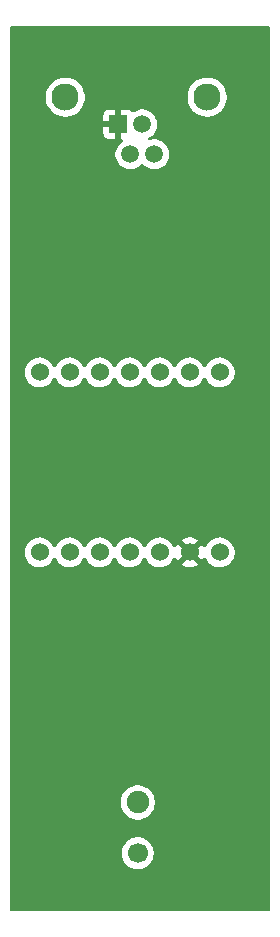
<source format=gbr>
%TF.GenerationSoftware,KiCad,Pcbnew,9.0.4*%
%TF.CreationDate,2025-09-27T12:37:43+02:00*%
%TF.ProjectId,AM03127-Controller,414d3033-3132-4372-9d43-6f6e74726f6c,rev?*%
%TF.SameCoordinates,Original*%
%TF.FileFunction,Copper,L2,Bot*%
%TF.FilePolarity,Positive*%
%FSLAX46Y46*%
G04 Gerber Fmt 4.6, Leading zero omitted, Abs format (unit mm)*
G04 Created by KiCad (PCBNEW 9.0.4) date 2025-09-27 12:37:43*
%MOMM*%
%LPD*%
G01*
G04 APERTURE LIST*
%TA.AperFunction,ComponentPad*%
%ADD10C,2.300000*%
%TD*%
%TA.AperFunction,ComponentPad*%
%ADD11R,1.500000X1.500000*%
%TD*%
%TA.AperFunction,ComponentPad*%
%ADD12C,1.500000*%
%TD*%
%TA.AperFunction,ComponentPad*%
%ADD13C,1.900000*%
%TD*%
%TA.AperFunction,ComponentPad*%
%ADD14C,1.700000*%
%TD*%
%TA.AperFunction,ComponentPad*%
%ADD15C,1.524000*%
%TD*%
%TA.AperFunction,ViaPad*%
%ADD16C,0.600000*%
%TD*%
G04 APERTURE END LIST*
D10*
%TO.P,RJ11,*%
%TO.N,*%
X141172500Y-74532500D03*
X129172500Y-74532500D03*
D11*
%TO.P,RJ11,1,1*%
%TO.N,GND*%
X133642500Y-76832500D03*
D12*
%TO.P,RJ11,2,2*%
%TO.N,/RS232 TX*%
X134662500Y-79372500D03*
%TO.P,RJ11,3,3*%
%TO.N,/RS232 RX*%
X135682500Y-76832500D03*
%TO.P,RJ11,4,4*%
%TO.N,unconnected-(RJ11-Pad4)*%
X136702500Y-79372500D03*
%TD*%
D13*
%TO.P,DC1,*%
%TO.N,*%
X135300000Y-134250000D03*
D14*
X135300000Y-138550000D03*
%TD*%
D15*
%TO.P,U2,1,GPIO2/A0/D0*%
%TO.N,/UART RX*%
X142240000Y-97835000D03*
%TO.P,U2,2,GPIO3/A1/D1*%
%TO.N,/UART TX*%
X139700000Y-97835000D03*
%TO.P,U2,3,GPIO4/A2/D2*%
%TO.N,unconnected-(U2-GPIO4{slash}A2{slash}D2-Pad3)_1*%
X137160000Y-97835000D03*
%TO.P,U2,4,GPIO5/A3/D3*%
%TO.N,unconnected-(U2-GPIO5{slash}A3{slash}D3-Pad4)*%
X134620000Y-97835000D03*
%TO.P,U2,5,GPIO6/D4/SDA*%
%TO.N,unconnected-(U2-GPIO6{slash}D4{slash}SDA-Pad5)_1*%
X132080000Y-97835000D03*
%TO.P,U2,6,GPIO7/D5/SCL*%
%TO.N,unconnected-(U2-GPIO7{slash}D5{slash}SCL-Pad6)_1*%
X129540000Y-97835000D03*
%TO.P,U2,7,GPIO21/D6/TX*%
%TO.N,unconnected-(U2-GPIO21{slash}D6{slash}TX-Pad7)_1*%
X127000000Y-97835000D03*
%TO.P,U2,8,GPIO20/D7/RX*%
%TO.N,unconnected-(U2-GPIO20{slash}D7{slash}RX-Pad8)*%
X127000000Y-113075000D03*
%TO.P,U2,9,GPIO8/D8/SCK*%
%TO.N,unconnected-(U2-GPIO8{slash}D8{slash}SCK-Pad9)*%
X129540000Y-113075000D03*
%TO.P,U2,10,GPIO9/D9/MISO*%
%TO.N,unconnected-(U2-GPIO9{slash}D9{slash}MISO-Pad10)_1*%
X132080000Y-113075000D03*
%TO.P,U2,11,GPIO10/D10/MOSI*%
%TO.N,unconnected-(U2-GPIO10{slash}D10{slash}MOSI-Pad11)*%
X134620000Y-113075000D03*
%TO.P,U2,12,VCC_3V3*%
%TO.N,+3.3V*%
X137160000Y-113075000D03*
%TO.P,U2,13,GND*%
%TO.N,GND*%
X139700000Y-113075000D03*
%TO.P,U2,14,VBUS*%
%TO.N,+5V*%
X142240000Y-113075000D03*
%TD*%
D16*
%TO.N,GND*%
X135000000Y-116000000D03*
X141000000Y-136000000D03*
X141000000Y-85750000D03*
X135750000Y-82250000D03*
X137000000Y-125000000D03*
X130000000Y-94000000D03*
%TD*%
%TA.AperFunction,Conductor*%
%TO.N,GND*%
G36*
X146442539Y-68520185D02*
G01*
X146488294Y-68572989D01*
X146499500Y-68624500D01*
X146499500Y-143330500D01*
X146479815Y-143397539D01*
X146427011Y-143443294D01*
X146375500Y-143454500D01*
X124624500Y-143454500D01*
X124557461Y-143434815D01*
X124511706Y-143382011D01*
X124500500Y-143330500D01*
X124500500Y-138443713D01*
X133949500Y-138443713D01*
X133949500Y-138656286D01*
X133982753Y-138866239D01*
X134048444Y-139068414D01*
X134144951Y-139257820D01*
X134269890Y-139429786D01*
X134420213Y-139580109D01*
X134592179Y-139705048D01*
X134592181Y-139705049D01*
X134592184Y-139705051D01*
X134781588Y-139801557D01*
X134983757Y-139867246D01*
X135193713Y-139900500D01*
X135193714Y-139900500D01*
X135406286Y-139900500D01*
X135406287Y-139900500D01*
X135616243Y-139867246D01*
X135818412Y-139801557D01*
X136007816Y-139705051D01*
X136029789Y-139689086D01*
X136179786Y-139580109D01*
X136179788Y-139580106D01*
X136179792Y-139580104D01*
X136330104Y-139429792D01*
X136330106Y-139429788D01*
X136330109Y-139429786D01*
X136455048Y-139257820D01*
X136455047Y-139257820D01*
X136455051Y-139257816D01*
X136551557Y-139068412D01*
X136617246Y-138866243D01*
X136650500Y-138656287D01*
X136650500Y-138443713D01*
X136617246Y-138233757D01*
X136551557Y-138031588D01*
X136455051Y-137842184D01*
X136455049Y-137842181D01*
X136455048Y-137842179D01*
X136330109Y-137670213D01*
X136179786Y-137519890D01*
X136007820Y-137394951D01*
X135818414Y-137298444D01*
X135818413Y-137298443D01*
X135818412Y-137298443D01*
X135616243Y-137232754D01*
X135616241Y-137232753D01*
X135616240Y-137232753D01*
X135454957Y-137207208D01*
X135406287Y-137199500D01*
X135193713Y-137199500D01*
X135145042Y-137207208D01*
X134983760Y-137232753D01*
X134781585Y-137298444D01*
X134592179Y-137394951D01*
X134420213Y-137519890D01*
X134269890Y-137670213D01*
X134144951Y-137842179D01*
X134048444Y-138031585D01*
X133982753Y-138233760D01*
X133949500Y-138443713D01*
X124500500Y-138443713D01*
X124500500Y-134135837D01*
X133849500Y-134135837D01*
X133849500Y-134364162D01*
X133885215Y-134589660D01*
X133955770Y-134806803D01*
X134059421Y-135010228D01*
X134193621Y-135194937D01*
X134355063Y-135356379D01*
X134539772Y-135490579D01*
X134635884Y-135539550D01*
X134743196Y-135594229D01*
X134743198Y-135594229D01*
X134743201Y-135594231D01*
X134859592Y-135632049D01*
X134960339Y-135664784D01*
X135185838Y-135700500D01*
X135185843Y-135700500D01*
X135414162Y-135700500D01*
X135639660Y-135664784D01*
X135856799Y-135594231D01*
X136060228Y-135490579D01*
X136244937Y-135356379D01*
X136406379Y-135194937D01*
X136540579Y-135010228D01*
X136644231Y-134806799D01*
X136714784Y-134589660D01*
X136750500Y-134364162D01*
X136750500Y-134135837D01*
X136714784Y-133910339D01*
X136644229Y-133693196D01*
X136540578Y-133489771D01*
X136406379Y-133305063D01*
X136244937Y-133143621D01*
X136060228Y-133009421D01*
X135856803Y-132905770D01*
X135639660Y-132835215D01*
X135414162Y-132799500D01*
X135414157Y-132799500D01*
X135185843Y-132799500D01*
X135185838Y-132799500D01*
X134960339Y-132835215D01*
X134743196Y-132905770D01*
X134539771Y-133009421D01*
X134355061Y-133143622D01*
X134193622Y-133305061D01*
X134059421Y-133489771D01*
X133955770Y-133693196D01*
X133885215Y-133910339D01*
X133849500Y-134135837D01*
X124500500Y-134135837D01*
X124500500Y-112975639D01*
X125737500Y-112975639D01*
X125737500Y-113174360D01*
X125768587Y-113370637D01*
X125829993Y-113559629D01*
X125829994Y-113559632D01*
X125920074Y-113736422D01*
X125920213Y-113736694D01*
X126037019Y-113897464D01*
X126177536Y-114037981D01*
X126338306Y-114154787D01*
X126425149Y-114199035D01*
X126515367Y-114245005D01*
X126515370Y-114245006D01*
X126609866Y-114275709D01*
X126704364Y-114306413D01*
X126900639Y-114337500D01*
X126900640Y-114337500D01*
X127099360Y-114337500D01*
X127099361Y-114337500D01*
X127295636Y-114306413D01*
X127484632Y-114245005D01*
X127661694Y-114154787D01*
X127822464Y-114037981D01*
X127962981Y-113897464D01*
X128079787Y-113736694D01*
X128159515Y-113580218D01*
X128207490Y-113529423D01*
X128275311Y-113512628D01*
X128341446Y-113535165D01*
X128380484Y-113580218D01*
X128460213Y-113736694D01*
X128577019Y-113897464D01*
X128717536Y-114037981D01*
X128878306Y-114154787D01*
X128965149Y-114199035D01*
X129055367Y-114245005D01*
X129055370Y-114245006D01*
X129149866Y-114275709D01*
X129244364Y-114306413D01*
X129440639Y-114337500D01*
X129440640Y-114337500D01*
X129639360Y-114337500D01*
X129639361Y-114337500D01*
X129835636Y-114306413D01*
X130024632Y-114245005D01*
X130201694Y-114154787D01*
X130362464Y-114037981D01*
X130502981Y-113897464D01*
X130619787Y-113736694D01*
X130699515Y-113580218D01*
X130747490Y-113529423D01*
X130815311Y-113512628D01*
X130881446Y-113535165D01*
X130920484Y-113580218D01*
X131000213Y-113736694D01*
X131117019Y-113897464D01*
X131257536Y-114037981D01*
X131418306Y-114154787D01*
X131505149Y-114199035D01*
X131595367Y-114245005D01*
X131595370Y-114245006D01*
X131689866Y-114275709D01*
X131784364Y-114306413D01*
X131980639Y-114337500D01*
X131980640Y-114337500D01*
X132179360Y-114337500D01*
X132179361Y-114337500D01*
X132375636Y-114306413D01*
X132564632Y-114245005D01*
X132741694Y-114154787D01*
X132902464Y-114037981D01*
X133042981Y-113897464D01*
X133159787Y-113736694D01*
X133239515Y-113580218D01*
X133287490Y-113529423D01*
X133355311Y-113512628D01*
X133421446Y-113535165D01*
X133460484Y-113580218D01*
X133540213Y-113736694D01*
X133657019Y-113897464D01*
X133797536Y-114037981D01*
X133958306Y-114154787D01*
X134045149Y-114199035D01*
X134135367Y-114245005D01*
X134135370Y-114245006D01*
X134229866Y-114275709D01*
X134324364Y-114306413D01*
X134520639Y-114337500D01*
X134520640Y-114337500D01*
X134719360Y-114337500D01*
X134719361Y-114337500D01*
X134915636Y-114306413D01*
X135104632Y-114245005D01*
X135281694Y-114154787D01*
X135442464Y-114037981D01*
X135582981Y-113897464D01*
X135699787Y-113736694D01*
X135779515Y-113580218D01*
X135827490Y-113529423D01*
X135895311Y-113512628D01*
X135961446Y-113535165D01*
X136000484Y-113580218D01*
X136080213Y-113736694D01*
X136197019Y-113897464D01*
X136337536Y-114037981D01*
X136498306Y-114154787D01*
X136585149Y-114199035D01*
X136675367Y-114245005D01*
X136675370Y-114245006D01*
X136769866Y-114275709D01*
X136864364Y-114306413D01*
X137060639Y-114337500D01*
X137060640Y-114337500D01*
X137259360Y-114337500D01*
X137259361Y-114337500D01*
X137455636Y-114306413D01*
X137644632Y-114245005D01*
X137821694Y-114154787D01*
X137982464Y-114037981D01*
X138122981Y-113897464D01*
X138239787Y-113736694D01*
X138319796Y-113579667D01*
X138367769Y-113528872D01*
X138435590Y-113512077D01*
X138501725Y-113534614D01*
X138540765Y-113579668D01*
X138620641Y-113736432D01*
X138647730Y-113773715D01*
X138647731Y-113773716D01*
X139262352Y-113159094D01*
X139285792Y-113246571D01*
X139344311Y-113347930D01*
X139427070Y-113430689D01*
X139528429Y-113489208D01*
X139615905Y-113512647D01*
X139001283Y-114127268D01*
X139001283Y-114127269D01*
X139038567Y-114154358D01*
X139215562Y-114244542D01*
X139404477Y-114305924D01*
X139600679Y-114337000D01*
X139799321Y-114337000D01*
X139995520Y-114305924D01*
X139995523Y-114305924D01*
X140184437Y-114244542D01*
X140361425Y-114154362D01*
X140398716Y-114127268D01*
X139784095Y-113512647D01*
X139871571Y-113489208D01*
X139972930Y-113430689D01*
X140055689Y-113347930D01*
X140114208Y-113246571D01*
X140137647Y-113159094D01*
X140752268Y-113773715D01*
X140779364Y-113736422D01*
X140859234Y-113579669D01*
X140907208Y-113528872D01*
X140975029Y-113512077D01*
X141041164Y-113534614D01*
X141080203Y-113579667D01*
X141160213Y-113736694D01*
X141277019Y-113897464D01*
X141417536Y-114037981D01*
X141578306Y-114154787D01*
X141665149Y-114199035D01*
X141755367Y-114245005D01*
X141755370Y-114245006D01*
X141849866Y-114275709D01*
X141944364Y-114306413D01*
X142140639Y-114337500D01*
X142140640Y-114337500D01*
X142339360Y-114337500D01*
X142339361Y-114337500D01*
X142535636Y-114306413D01*
X142724632Y-114245005D01*
X142901694Y-114154787D01*
X143062464Y-114037981D01*
X143202981Y-113897464D01*
X143319787Y-113736694D01*
X143410005Y-113559632D01*
X143471413Y-113370636D01*
X143502500Y-113174361D01*
X143502500Y-112975639D01*
X143471413Y-112779364D01*
X143410005Y-112590368D01*
X143410005Y-112590367D01*
X143364035Y-112500149D01*
X143319787Y-112413306D01*
X143202981Y-112252536D01*
X143062464Y-112112019D01*
X142901694Y-111995213D01*
X142724632Y-111904994D01*
X142724629Y-111904993D01*
X142535637Y-111843587D01*
X142437498Y-111828043D01*
X142339361Y-111812500D01*
X142140639Y-111812500D01*
X142075214Y-111822862D01*
X141944362Y-111843587D01*
X141755370Y-111904993D01*
X141755367Y-111904994D01*
X141578305Y-111995213D01*
X141417533Y-112112021D01*
X141277021Y-112252533D01*
X141160213Y-112413305D01*
X141080204Y-112570331D01*
X141032229Y-112621127D01*
X140964408Y-112637922D01*
X140898273Y-112615384D01*
X140859234Y-112570331D01*
X140779358Y-112413567D01*
X140752268Y-112376283D01*
X140137647Y-112990904D01*
X140114208Y-112903429D01*
X140055689Y-112802070D01*
X139972930Y-112719311D01*
X139871571Y-112660792D01*
X139784094Y-112637352D01*
X140398716Y-112022731D01*
X140398715Y-112022730D01*
X140361432Y-111995641D01*
X140184437Y-111905457D01*
X139995522Y-111844075D01*
X139799321Y-111813000D01*
X139600679Y-111813000D01*
X139404479Y-111844075D01*
X139404476Y-111844075D01*
X139215562Y-111905457D01*
X139038564Y-111995643D01*
X139001283Y-112022729D01*
X139001282Y-112022730D01*
X139615906Y-112637352D01*
X139528429Y-112660792D01*
X139427070Y-112719311D01*
X139344311Y-112802070D01*
X139285792Y-112903429D01*
X139262352Y-112990905D01*
X138647730Y-112376282D01*
X138647729Y-112376283D01*
X138620641Y-112413566D01*
X138540764Y-112570332D01*
X138492790Y-112621127D01*
X138424969Y-112637922D01*
X138358834Y-112615384D01*
X138319796Y-112570332D01*
X138239787Y-112413306D01*
X138122981Y-112252536D01*
X137982464Y-112112019D01*
X137821694Y-111995213D01*
X137644632Y-111904994D01*
X137644629Y-111904993D01*
X137455637Y-111843587D01*
X137357498Y-111828043D01*
X137259361Y-111812500D01*
X137060639Y-111812500D01*
X136995214Y-111822862D01*
X136864362Y-111843587D01*
X136675370Y-111904993D01*
X136675367Y-111904994D01*
X136498305Y-111995213D01*
X136337533Y-112112021D01*
X136197021Y-112252533D01*
X136080213Y-112413305D01*
X136000485Y-112569780D01*
X135952510Y-112620576D01*
X135884689Y-112637371D01*
X135818554Y-112614833D01*
X135779515Y-112569780D01*
X135760179Y-112531832D01*
X135699787Y-112413306D01*
X135582981Y-112252536D01*
X135442464Y-112112019D01*
X135281694Y-111995213D01*
X135104632Y-111904994D01*
X135104629Y-111904993D01*
X134915637Y-111843587D01*
X134817498Y-111828043D01*
X134719361Y-111812500D01*
X134520639Y-111812500D01*
X134455214Y-111822862D01*
X134324362Y-111843587D01*
X134135370Y-111904993D01*
X134135367Y-111904994D01*
X133958305Y-111995213D01*
X133797533Y-112112021D01*
X133657021Y-112252533D01*
X133540213Y-112413305D01*
X133460485Y-112569780D01*
X133412510Y-112620576D01*
X133344689Y-112637371D01*
X133278554Y-112614833D01*
X133239515Y-112569780D01*
X133220179Y-112531832D01*
X133159787Y-112413306D01*
X133042981Y-112252536D01*
X132902464Y-112112019D01*
X132741694Y-111995213D01*
X132564632Y-111904994D01*
X132564629Y-111904993D01*
X132375637Y-111843587D01*
X132277498Y-111828043D01*
X132179361Y-111812500D01*
X131980639Y-111812500D01*
X131915214Y-111822862D01*
X131784362Y-111843587D01*
X131595370Y-111904993D01*
X131595367Y-111904994D01*
X131418305Y-111995213D01*
X131257533Y-112112021D01*
X131117021Y-112252533D01*
X131000213Y-112413305D01*
X130920485Y-112569780D01*
X130872510Y-112620576D01*
X130804689Y-112637371D01*
X130738554Y-112614833D01*
X130699515Y-112569780D01*
X130680179Y-112531832D01*
X130619787Y-112413306D01*
X130502981Y-112252536D01*
X130362464Y-112112019D01*
X130201694Y-111995213D01*
X130024632Y-111904994D01*
X130024629Y-111904993D01*
X129835637Y-111843587D01*
X129737498Y-111828043D01*
X129639361Y-111812500D01*
X129440639Y-111812500D01*
X129375214Y-111822862D01*
X129244362Y-111843587D01*
X129055370Y-111904993D01*
X129055367Y-111904994D01*
X128878305Y-111995213D01*
X128717533Y-112112021D01*
X128577021Y-112252533D01*
X128460213Y-112413305D01*
X128380485Y-112569780D01*
X128332510Y-112620576D01*
X128264689Y-112637371D01*
X128198554Y-112614833D01*
X128159515Y-112569780D01*
X128140179Y-112531832D01*
X128079787Y-112413306D01*
X127962981Y-112252536D01*
X127822464Y-112112019D01*
X127661694Y-111995213D01*
X127484632Y-111904994D01*
X127484629Y-111904993D01*
X127295637Y-111843587D01*
X127197498Y-111828043D01*
X127099361Y-111812500D01*
X126900639Y-111812500D01*
X126835214Y-111822862D01*
X126704362Y-111843587D01*
X126515370Y-111904993D01*
X126515367Y-111904994D01*
X126338305Y-111995213D01*
X126177533Y-112112021D01*
X126037021Y-112252533D01*
X125920213Y-112413305D01*
X125829994Y-112590367D01*
X125829993Y-112590370D01*
X125768587Y-112779362D01*
X125737500Y-112975639D01*
X124500500Y-112975639D01*
X124500500Y-97735639D01*
X125737500Y-97735639D01*
X125737500Y-97934360D01*
X125768587Y-98130637D01*
X125829993Y-98319629D01*
X125829994Y-98319632D01*
X125920213Y-98496694D01*
X126037019Y-98657464D01*
X126177536Y-98797981D01*
X126338306Y-98914787D01*
X126425149Y-98959035D01*
X126515367Y-99005005D01*
X126515370Y-99005006D01*
X126609866Y-99035709D01*
X126704364Y-99066413D01*
X126900639Y-99097500D01*
X126900640Y-99097500D01*
X127099360Y-99097500D01*
X127099361Y-99097500D01*
X127295636Y-99066413D01*
X127484632Y-99005005D01*
X127661694Y-98914787D01*
X127822464Y-98797981D01*
X127962981Y-98657464D01*
X128079787Y-98496694D01*
X128159515Y-98340218D01*
X128207490Y-98289423D01*
X128275311Y-98272628D01*
X128341446Y-98295165D01*
X128380484Y-98340218D01*
X128460213Y-98496694D01*
X128577019Y-98657464D01*
X128717536Y-98797981D01*
X128878306Y-98914787D01*
X128965149Y-98959035D01*
X129055367Y-99005005D01*
X129055370Y-99005006D01*
X129149866Y-99035709D01*
X129244364Y-99066413D01*
X129440639Y-99097500D01*
X129440640Y-99097500D01*
X129639360Y-99097500D01*
X129639361Y-99097500D01*
X129835636Y-99066413D01*
X130024632Y-99005005D01*
X130201694Y-98914787D01*
X130362464Y-98797981D01*
X130502981Y-98657464D01*
X130619787Y-98496694D01*
X130699515Y-98340218D01*
X130747490Y-98289423D01*
X130815311Y-98272628D01*
X130881446Y-98295165D01*
X130920484Y-98340218D01*
X131000213Y-98496694D01*
X131117019Y-98657464D01*
X131257536Y-98797981D01*
X131418306Y-98914787D01*
X131505149Y-98959035D01*
X131595367Y-99005005D01*
X131595370Y-99005006D01*
X131689866Y-99035709D01*
X131784364Y-99066413D01*
X131980639Y-99097500D01*
X131980640Y-99097500D01*
X132179360Y-99097500D01*
X132179361Y-99097500D01*
X132375636Y-99066413D01*
X132564632Y-99005005D01*
X132741694Y-98914787D01*
X132902464Y-98797981D01*
X133042981Y-98657464D01*
X133159787Y-98496694D01*
X133239515Y-98340218D01*
X133287490Y-98289423D01*
X133355311Y-98272628D01*
X133421446Y-98295165D01*
X133460484Y-98340218D01*
X133540213Y-98496694D01*
X133657019Y-98657464D01*
X133797536Y-98797981D01*
X133958306Y-98914787D01*
X134045149Y-98959035D01*
X134135367Y-99005005D01*
X134135370Y-99005006D01*
X134229866Y-99035709D01*
X134324364Y-99066413D01*
X134520639Y-99097500D01*
X134520640Y-99097500D01*
X134719360Y-99097500D01*
X134719361Y-99097500D01*
X134915636Y-99066413D01*
X135104632Y-99005005D01*
X135281694Y-98914787D01*
X135442464Y-98797981D01*
X135582981Y-98657464D01*
X135699787Y-98496694D01*
X135779515Y-98340218D01*
X135827490Y-98289423D01*
X135895311Y-98272628D01*
X135961446Y-98295165D01*
X136000484Y-98340218D01*
X136080213Y-98496694D01*
X136197019Y-98657464D01*
X136337536Y-98797981D01*
X136498306Y-98914787D01*
X136585149Y-98959035D01*
X136675367Y-99005005D01*
X136675370Y-99005006D01*
X136769866Y-99035709D01*
X136864364Y-99066413D01*
X137060639Y-99097500D01*
X137060640Y-99097500D01*
X137259360Y-99097500D01*
X137259361Y-99097500D01*
X137455636Y-99066413D01*
X137644632Y-99005005D01*
X137821694Y-98914787D01*
X137982464Y-98797981D01*
X138122981Y-98657464D01*
X138239787Y-98496694D01*
X138319515Y-98340218D01*
X138367490Y-98289423D01*
X138435311Y-98272628D01*
X138501446Y-98295165D01*
X138540484Y-98340218D01*
X138620213Y-98496694D01*
X138737019Y-98657464D01*
X138877536Y-98797981D01*
X139038306Y-98914787D01*
X139125149Y-98959035D01*
X139215367Y-99005005D01*
X139215370Y-99005006D01*
X139309866Y-99035709D01*
X139404364Y-99066413D01*
X139600639Y-99097500D01*
X139600640Y-99097500D01*
X139799360Y-99097500D01*
X139799361Y-99097500D01*
X139995636Y-99066413D01*
X140184632Y-99005005D01*
X140361694Y-98914787D01*
X140522464Y-98797981D01*
X140662981Y-98657464D01*
X140779787Y-98496694D01*
X140859515Y-98340218D01*
X140907490Y-98289423D01*
X140975311Y-98272628D01*
X141041446Y-98295165D01*
X141080484Y-98340218D01*
X141160213Y-98496694D01*
X141277019Y-98657464D01*
X141417536Y-98797981D01*
X141578306Y-98914787D01*
X141665149Y-98959035D01*
X141755367Y-99005005D01*
X141755370Y-99005006D01*
X141849866Y-99035709D01*
X141944364Y-99066413D01*
X142140639Y-99097500D01*
X142140640Y-99097500D01*
X142339360Y-99097500D01*
X142339361Y-99097500D01*
X142535636Y-99066413D01*
X142724632Y-99005005D01*
X142901694Y-98914787D01*
X143062464Y-98797981D01*
X143202981Y-98657464D01*
X143319787Y-98496694D01*
X143410005Y-98319632D01*
X143471413Y-98130636D01*
X143502500Y-97934361D01*
X143502500Y-97735639D01*
X143471413Y-97539364D01*
X143410005Y-97350368D01*
X143410005Y-97350367D01*
X143319786Y-97173305D01*
X143202981Y-97012536D01*
X143062464Y-96872019D01*
X142901694Y-96755213D01*
X142724632Y-96664994D01*
X142724629Y-96664993D01*
X142535637Y-96603587D01*
X142437498Y-96588043D01*
X142339361Y-96572500D01*
X142140639Y-96572500D01*
X142075214Y-96582862D01*
X141944362Y-96603587D01*
X141755370Y-96664993D01*
X141755367Y-96664994D01*
X141578305Y-96755213D01*
X141417533Y-96872021D01*
X141277021Y-97012533D01*
X141160213Y-97173305D01*
X141080485Y-97329780D01*
X141032510Y-97380576D01*
X140964689Y-97397371D01*
X140898554Y-97374833D01*
X140859515Y-97329780D01*
X140779786Y-97173305D01*
X140662981Y-97012536D01*
X140522464Y-96872019D01*
X140361694Y-96755213D01*
X140184632Y-96664994D01*
X140184629Y-96664993D01*
X139995637Y-96603587D01*
X139897498Y-96588043D01*
X139799361Y-96572500D01*
X139600639Y-96572500D01*
X139535214Y-96582862D01*
X139404362Y-96603587D01*
X139215370Y-96664993D01*
X139215367Y-96664994D01*
X139038305Y-96755213D01*
X138877533Y-96872021D01*
X138737021Y-97012533D01*
X138620213Y-97173305D01*
X138540485Y-97329780D01*
X138492510Y-97380576D01*
X138424689Y-97397371D01*
X138358554Y-97374833D01*
X138319515Y-97329780D01*
X138239786Y-97173305D01*
X138122981Y-97012536D01*
X137982464Y-96872019D01*
X137821694Y-96755213D01*
X137644632Y-96664994D01*
X137644629Y-96664993D01*
X137455637Y-96603587D01*
X137357498Y-96588043D01*
X137259361Y-96572500D01*
X137060639Y-96572500D01*
X136995214Y-96582862D01*
X136864362Y-96603587D01*
X136675370Y-96664993D01*
X136675367Y-96664994D01*
X136498305Y-96755213D01*
X136337533Y-96872021D01*
X136197021Y-97012533D01*
X136080213Y-97173305D01*
X136000485Y-97329780D01*
X135952510Y-97380576D01*
X135884689Y-97397371D01*
X135818554Y-97374833D01*
X135779515Y-97329780D01*
X135699786Y-97173305D01*
X135582981Y-97012536D01*
X135442464Y-96872019D01*
X135281694Y-96755213D01*
X135104632Y-96664994D01*
X135104629Y-96664993D01*
X134915637Y-96603587D01*
X134817498Y-96588043D01*
X134719361Y-96572500D01*
X134520639Y-96572500D01*
X134455214Y-96582862D01*
X134324362Y-96603587D01*
X134135370Y-96664993D01*
X134135367Y-96664994D01*
X133958305Y-96755213D01*
X133797533Y-96872021D01*
X133657021Y-97012533D01*
X133540213Y-97173305D01*
X133460485Y-97329780D01*
X133412510Y-97380576D01*
X133344689Y-97397371D01*
X133278554Y-97374833D01*
X133239515Y-97329780D01*
X133159786Y-97173305D01*
X133042981Y-97012536D01*
X132902464Y-96872019D01*
X132741694Y-96755213D01*
X132564632Y-96664994D01*
X132564629Y-96664993D01*
X132375637Y-96603587D01*
X132277498Y-96588043D01*
X132179361Y-96572500D01*
X131980639Y-96572500D01*
X131915214Y-96582862D01*
X131784362Y-96603587D01*
X131595370Y-96664993D01*
X131595367Y-96664994D01*
X131418305Y-96755213D01*
X131257533Y-96872021D01*
X131117021Y-97012533D01*
X131000213Y-97173305D01*
X130920485Y-97329780D01*
X130872510Y-97380576D01*
X130804689Y-97397371D01*
X130738554Y-97374833D01*
X130699515Y-97329780D01*
X130619786Y-97173305D01*
X130502981Y-97012536D01*
X130362464Y-96872019D01*
X130201694Y-96755213D01*
X130024632Y-96664994D01*
X130024629Y-96664993D01*
X129835637Y-96603587D01*
X129737498Y-96588043D01*
X129639361Y-96572500D01*
X129440639Y-96572500D01*
X129375214Y-96582862D01*
X129244362Y-96603587D01*
X129055370Y-96664993D01*
X129055367Y-96664994D01*
X128878305Y-96755213D01*
X128717533Y-96872021D01*
X128577021Y-97012533D01*
X128460213Y-97173305D01*
X128380485Y-97329780D01*
X128332510Y-97380576D01*
X128264689Y-97397371D01*
X128198554Y-97374833D01*
X128159515Y-97329780D01*
X128079786Y-97173305D01*
X127962981Y-97012536D01*
X127822464Y-96872019D01*
X127661694Y-96755213D01*
X127484632Y-96664994D01*
X127484629Y-96664993D01*
X127295637Y-96603587D01*
X127197498Y-96588043D01*
X127099361Y-96572500D01*
X126900639Y-96572500D01*
X126835214Y-96582862D01*
X126704362Y-96603587D01*
X126515370Y-96664993D01*
X126515367Y-96664994D01*
X126338305Y-96755213D01*
X126177533Y-96872021D01*
X126037021Y-97012533D01*
X125920213Y-97173305D01*
X125829994Y-97350367D01*
X125829993Y-97350370D01*
X125768587Y-97539362D01*
X125737500Y-97735639D01*
X124500500Y-97735639D01*
X124500500Y-74402597D01*
X127522000Y-74402597D01*
X127522000Y-74662402D01*
X127562640Y-74918993D01*
X127642922Y-75166076D01*
X127724034Y-75325264D01*
X127760866Y-75397551D01*
X127913569Y-75607729D01*
X128097271Y-75791431D01*
X128307449Y-75944134D01*
X128452126Y-76017851D01*
X128538923Y-76062077D01*
X128538925Y-76062077D01*
X128538928Y-76062079D01*
X128786007Y-76142360D01*
X128918206Y-76163297D01*
X129042598Y-76183000D01*
X129042603Y-76183000D01*
X129302402Y-76183000D01*
X129415798Y-76165039D01*
X129558993Y-76142360D01*
X129806072Y-76062079D01*
X129859894Y-76034655D01*
X132392500Y-76034655D01*
X132392500Y-76582500D01*
X133326816Y-76582500D01*
X133322421Y-76586895D01*
X133269760Y-76678106D01*
X133242501Y-76779839D01*
X133242501Y-76885161D01*
X133269760Y-76986894D01*
X133322421Y-77078105D01*
X133326816Y-77082500D01*
X132392500Y-77082500D01*
X132392500Y-77630344D01*
X132398901Y-77689872D01*
X132398903Y-77689879D01*
X132449145Y-77824586D01*
X132449149Y-77824593D01*
X132535309Y-77939687D01*
X132535312Y-77939690D01*
X132650406Y-78025850D01*
X132650413Y-78025854D01*
X132785120Y-78076096D01*
X132785127Y-78076098D01*
X132844655Y-78082499D01*
X132844672Y-78082500D01*
X133392500Y-78082500D01*
X133392500Y-77148184D01*
X133396895Y-77152579D01*
X133488106Y-77205240D01*
X133589839Y-77232499D01*
X133695161Y-77232499D01*
X133796894Y-77205240D01*
X133888105Y-77152579D01*
X133892500Y-77148184D01*
X133892500Y-78082500D01*
X133928921Y-78082500D01*
X133995960Y-78102185D01*
X134041715Y-78154989D01*
X134051659Y-78224147D01*
X134022634Y-78287703D01*
X134001807Y-78306817D01*
X133847854Y-78418672D01*
X133847852Y-78418674D01*
X133847851Y-78418674D01*
X133708674Y-78557851D01*
X133708674Y-78557852D01*
X133708672Y-78557854D01*
X133703592Y-78564846D01*
X133592976Y-78717094D01*
X133503617Y-78892470D01*
X133442790Y-79079673D01*
X133412000Y-79274077D01*
X133412000Y-79470922D01*
X133442790Y-79665326D01*
X133503617Y-79852529D01*
X133592976Y-80027905D01*
X133708672Y-80187146D01*
X133847854Y-80326328D01*
X134007095Y-80442024D01*
X134089955Y-80484243D01*
X134182470Y-80531382D01*
X134182472Y-80531382D01*
X134182475Y-80531384D01*
X134282817Y-80563987D01*
X134369673Y-80592209D01*
X134564078Y-80623000D01*
X134564083Y-80623000D01*
X134760922Y-80623000D01*
X134955326Y-80592209D01*
X135142525Y-80531384D01*
X135317905Y-80442024D01*
X135477146Y-80326328D01*
X135594819Y-80208655D01*
X135656142Y-80175170D01*
X135725834Y-80180154D01*
X135770181Y-80208655D01*
X135887854Y-80326328D01*
X136047095Y-80442024D01*
X136129955Y-80484243D01*
X136222470Y-80531382D01*
X136222472Y-80531382D01*
X136222475Y-80531384D01*
X136322817Y-80563987D01*
X136409673Y-80592209D01*
X136604078Y-80623000D01*
X136604083Y-80623000D01*
X136800922Y-80623000D01*
X136995326Y-80592209D01*
X137182525Y-80531384D01*
X137357905Y-80442024D01*
X137517146Y-80326328D01*
X137656328Y-80187146D01*
X137772024Y-80027905D01*
X137861384Y-79852525D01*
X137922209Y-79665326D01*
X137953000Y-79470922D01*
X137953000Y-79274077D01*
X137922209Y-79079673D01*
X137861382Y-78892470D01*
X137772023Y-78717094D01*
X137656328Y-78557854D01*
X137517146Y-78418672D01*
X137357905Y-78302976D01*
X137327930Y-78287703D01*
X137182529Y-78213617D01*
X136995326Y-78152790D01*
X136800922Y-78122000D01*
X136800917Y-78122000D01*
X136604083Y-78122000D01*
X136604078Y-78122000D01*
X136409672Y-78152791D01*
X136409665Y-78152792D01*
X136351649Y-78171643D01*
X136281808Y-78173638D01*
X136221976Y-78137557D01*
X136191148Y-78074856D01*
X136199113Y-78005442D01*
X136243342Y-77951353D01*
X136257031Y-77943230D01*
X136337905Y-77902024D01*
X136497146Y-77786328D01*
X136636328Y-77647146D01*
X136752024Y-77487905D01*
X136841384Y-77312525D01*
X136902209Y-77125326D01*
X136909688Y-77078105D01*
X136933000Y-76930922D01*
X136933000Y-76734077D01*
X136902209Y-76539673D01*
X136841382Y-76352470D01*
X136794243Y-76259955D01*
X136752024Y-76177095D01*
X136636328Y-76017854D01*
X136497146Y-75878672D01*
X136337905Y-75762976D01*
X136162529Y-75673617D01*
X135975326Y-75612790D01*
X135780922Y-75582000D01*
X135780917Y-75582000D01*
X135584083Y-75582000D01*
X135584078Y-75582000D01*
X135389673Y-75612790D01*
X135202470Y-75673617D01*
X135027092Y-75762977D01*
X134964571Y-75808401D01*
X134898765Y-75831880D01*
X134830711Y-75816054D01*
X134792420Y-75782393D01*
X134749686Y-75725309D01*
X134634593Y-75639149D01*
X134634586Y-75639145D01*
X134499879Y-75588903D01*
X134499872Y-75588901D01*
X134440344Y-75582500D01*
X133892500Y-75582500D01*
X133892500Y-76516816D01*
X133888105Y-76512421D01*
X133796894Y-76459760D01*
X133695161Y-76432501D01*
X133589839Y-76432501D01*
X133488106Y-76459760D01*
X133396895Y-76512421D01*
X133392500Y-76516816D01*
X133392500Y-75582500D01*
X132844655Y-75582500D01*
X132785127Y-75588901D01*
X132785120Y-75588903D01*
X132650413Y-75639145D01*
X132650406Y-75639149D01*
X132535312Y-75725309D01*
X132535309Y-75725312D01*
X132449149Y-75840406D01*
X132449145Y-75840413D01*
X132398903Y-75975120D01*
X132398901Y-75975127D01*
X132392500Y-76034655D01*
X129859894Y-76034655D01*
X130037551Y-75944134D01*
X130247729Y-75791431D01*
X130431431Y-75607729D01*
X130584134Y-75397551D01*
X130702079Y-75166072D01*
X130782360Y-74918993D01*
X130805039Y-74775798D01*
X130823000Y-74662402D01*
X130823000Y-74402597D01*
X139522000Y-74402597D01*
X139522000Y-74662402D01*
X139562640Y-74918993D01*
X139642922Y-75166076D01*
X139724034Y-75325264D01*
X139760866Y-75397551D01*
X139913569Y-75607729D01*
X140097271Y-75791431D01*
X140307449Y-75944134D01*
X140452126Y-76017851D01*
X140538923Y-76062077D01*
X140538925Y-76062077D01*
X140538928Y-76062079D01*
X140786007Y-76142360D01*
X140918206Y-76163297D01*
X141042598Y-76183000D01*
X141042603Y-76183000D01*
X141302402Y-76183000D01*
X141415798Y-76165039D01*
X141558993Y-76142360D01*
X141806072Y-76062079D01*
X142037551Y-75944134D01*
X142247729Y-75791431D01*
X142431431Y-75607729D01*
X142584134Y-75397551D01*
X142702079Y-75166072D01*
X142782360Y-74918993D01*
X142805039Y-74775798D01*
X142823000Y-74662402D01*
X142823000Y-74402597D01*
X142801447Y-74266521D01*
X142782360Y-74146007D01*
X142702079Y-73898928D01*
X142702077Y-73898925D01*
X142702077Y-73898923D01*
X142659287Y-73814945D01*
X142584134Y-73667449D01*
X142431431Y-73457271D01*
X142247729Y-73273569D01*
X142037551Y-73120866D01*
X141965264Y-73084034D01*
X141806076Y-73002922D01*
X141558993Y-72922640D01*
X141302402Y-72882000D01*
X141302397Y-72882000D01*
X141042603Y-72882000D01*
X141042598Y-72882000D01*
X140786006Y-72922640D01*
X140538923Y-73002922D01*
X140307445Y-73120868D01*
X140097274Y-73273566D01*
X140097268Y-73273571D01*
X139913571Y-73457268D01*
X139913566Y-73457274D01*
X139760868Y-73667445D01*
X139642922Y-73898923D01*
X139562640Y-74146006D01*
X139522000Y-74402597D01*
X130823000Y-74402597D01*
X130801447Y-74266521D01*
X130782360Y-74146007D01*
X130702079Y-73898928D01*
X130702077Y-73898925D01*
X130702077Y-73898923D01*
X130659287Y-73814945D01*
X130584134Y-73667449D01*
X130431431Y-73457271D01*
X130247729Y-73273569D01*
X130037551Y-73120866D01*
X129965264Y-73084034D01*
X129806076Y-73002922D01*
X129558993Y-72922640D01*
X129302402Y-72882000D01*
X129302397Y-72882000D01*
X129042603Y-72882000D01*
X129042598Y-72882000D01*
X128786006Y-72922640D01*
X128538923Y-73002922D01*
X128307445Y-73120868D01*
X128097274Y-73273566D01*
X128097268Y-73273571D01*
X127913571Y-73457268D01*
X127913566Y-73457274D01*
X127760868Y-73667445D01*
X127642922Y-73898923D01*
X127562640Y-74146006D01*
X127522000Y-74402597D01*
X124500500Y-74402597D01*
X124500500Y-68624500D01*
X124520185Y-68557461D01*
X124572989Y-68511706D01*
X124624500Y-68500500D01*
X146375500Y-68500500D01*
X146442539Y-68520185D01*
G37*
%TD.AperFunction*%
%TD*%
M02*

</source>
